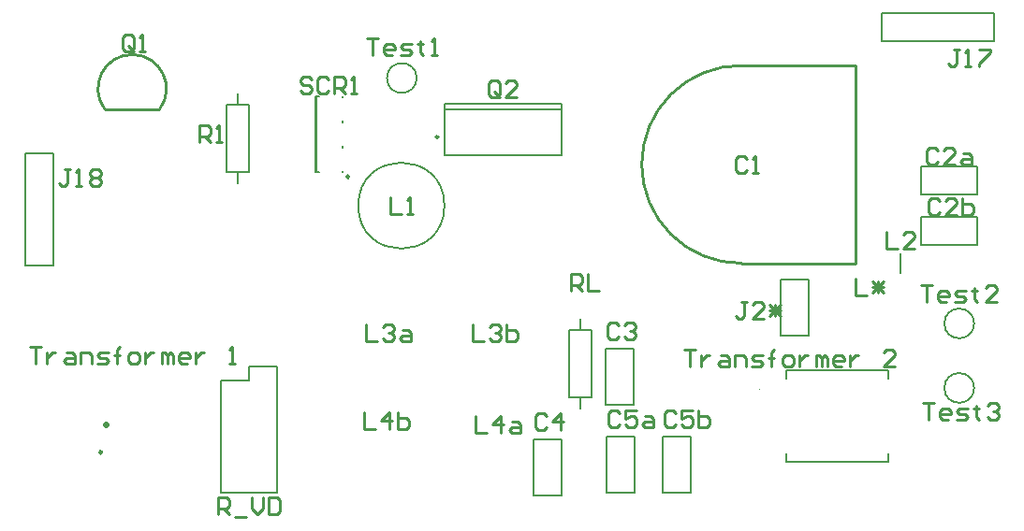
<source format=gto>
G04*
G04 #@! TF.GenerationSoftware,Altium Limited,Altium Designer,22.7.1 (60)*
G04*
G04 Layer_Color=65535*
%FSLAX44Y44*%
%MOMM*%
G71*
G04*
G04 #@! TF.SameCoordinates,9849E2FD-7F07-45F3-A7E4-9B4BFC9397C6*
G04*
G04*
G04 #@! TF.FilePolarity,Positive*
G04*
G01*
G75*
%ADD10C,0.2500*%
%ADD11C,0.6000*%
%ADD12C,0.2540*%
%ADD13C,0.1500*%
%ADD14C,0.1000*%
%ADD15C,0.2000*%
D10*
X81930Y98100D02*
G03*
X81930Y98100I-1250J0D01*
G01*
X305540Y347580D02*
G03*
X305540Y347580I-1250J0D01*
G01*
X386250Y383540D02*
G03*
X386250Y383540I-1250J0D01*
G01*
D11*
X85680Y123350D02*
G03*
X85680Y123350I-0J0D01*
G01*
D12*
X133985Y408623D02*
G03*
X84455Y408623I-24765J18578D01*
G01*
X660330Y448240D02*
G03*
X660330Y269170I-653J-89535D01*
G01*
X84455Y408623D02*
X133985D01*
X660330Y269170D02*
X763200D01*
Y448240D01*
X660330D02*
X763200D01*
X186699Y41912D02*
Y57147D01*
X194317D01*
X196856Y54608D01*
Y49530D01*
X194317Y46990D01*
X186699D01*
X191777D02*
X196856Y41912D01*
X201934Y39373D02*
X212091D01*
X217169Y57147D02*
Y46990D01*
X222248Y41912D01*
X227326Y46990D01*
Y57147D01*
X232404D02*
Y41912D01*
X240022D01*
X242561Y44451D01*
Y54608D01*
X240022Y57147D01*
X232404D01*
X16540Y193037D02*
X26697D01*
X21618D01*
Y177803D01*
X31775Y187959D02*
Y177803D01*
Y182881D01*
X34314Y185420D01*
X36853Y187959D01*
X39393D01*
X49549D02*
X54628D01*
X57167Y185420D01*
Y177803D01*
X49549D01*
X47010Y180342D01*
X49549Y182881D01*
X57167D01*
X62245Y177803D02*
Y187959D01*
X69863D01*
X72402Y185420D01*
Y177803D01*
X77480D02*
X85098D01*
X87637Y180342D01*
X85098Y182881D01*
X80020D01*
X77480Y185420D01*
X80020Y187959D01*
X87637D01*
X95254Y177803D02*
Y190498D01*
Y185420D01*
X92715D01*
X97794D01*
X95254D01*
Y190498D01*
X97794Y193037D01*
X107950Y177803D02*
X113029D01*
X115568Y180342D01*
Y185420D01*
X113029Y187959D01*
X107950D01*
X105411Y185420D01*
Y180342D01*
X107950Y177803D01*
X120646Y187959D02*
Y177803D01*
Y182881D01*
X123186Y185420D01*
X125725Y187959D01*
X128264D01*
X135881Y177803D02*
Y187959D01*
X138421D01*
X140960Y185420D01*
Y177803D01*
Y185420D01*
X143499Y187959D01*
X146038Y185420D01*
Y177803D01*
X158734D02*
X153656D01*
X151117Y180342D01*
Y185420D01*
X153656Y187959D01*
X158734D01*
X161273Y185420D01*
Y182881D01*
X151117D01*
X166352Y187959D02*
Y177803D01*
Y182881D01*
X168891Y185420D01*
X171430Y187959D01*
X173969D01*
X196822Y177803D02*
X201900D01*
X199361D01*
Y193037D01*
X196822Y190498D01*
X110490Y463552D02*
Y473708D01*
X107951Y476247D01*
X102872D01*
X100333Y473708D01*
Y463552D01*
X102872Y461012D01*
X107951D01*
X105412Y466091D02*
X110490Y461012D01*
X107951D02*
X110490Y463552D01*
X115568Y461012D02*
X120647D01*
X118108D01*
Y476247D01*
X115568Y473708D01*
X271785Y435608D02*
X269246Y438148D01*
X264167D01*
X261628Y435608D01*
Y433069D01*
X264167Y430530D01*
X269246D01*
X271785Y427991D01*
Y425452D01*
X269246Y422912D01*
X264167D01*
X261628Y425452D01*
X287020Y435608D02*
X284481Y438148D01*
X279403D01*
X276863Y435608D01*
Y425452D01*
X279403Y422912D01*
X284481D01*
X287020Y425452D01*
X292098Y422912D02*
Y438148D01*
X299716D01*
X302255Y435608D01*
Y430530D01*
X299716Y427991D01*
X292098D01*
X297177D02*
X302255Y422912D01*
X307333D02*
X312412D01*
X309873D01*
Y438148D01*
X307333Y435608D01*
X441961Y421642D02*
Y431798D01*
X439422Y434338D01*
X434343D01*
X431804Y431798D01*
Y421642D01*
X434343Y419103D01*
X439422D01*
X436883Y424181D02*
X441961Y419103D01*
X439422D02*
X441961Y421642D01*
X457196Y419103D02*
X447039D01*
X457196Y429259D01*
Y431798D01*
X454657Y434338D01*
X449578D01*
X447039Y431798D01*
X321320Y472438D02*
X331477D01*
X326399D01*
Y457202D01*
X344173D02*
X339095D01*
X336555Y459742D01*
Y464820D01*
X339095Y467359D01*
X344173D01*
X346712Y464820D01*
Y462281D01*
X336555D01*
X351790Y457202D02*
X359408D01*
X361947Y459742D01*
X359408Y462281D01*
X354330D01*
X351790Y464820D01*
X354330Y467359D01*
X361947D01*
X369565Y469898D02*
Y467359D01*
X367025D01*
X372104D01*
X369565D01*
Y459742D01*
X372104Y457202D01*
X379721D02*
X384800D01*
X382261D01*
Y472438D01*
X379721Y469898D01*
X665480Y363218D02*
X662941Y365757D01*
X657862D01*
X655323Y363218D01*
Y353062D01*
X657862Y350522D01*
X662941D01*
X665480Y353062D01*
X670558Y350522D02*
X675637D01*
X673098D01*
Y365757D01*
X670558Y363218D01*
X857253Y462277D02*
X852175D01*
X854714D01*
Y449582D01*
X852175Y447043D01*
X849635D01*
X847096Y449582D01*
X862331Y447043D02*
X867410D01*
X864870D01*
Y462277D01*
X862331Y459738D01*
X875027Y462277D02*
X885184D01*
Y459738D01*
X875027Y449582D01*
Y447043D01*
X791214Y297178D02*
Y281943D01*
X801371D01*
X816606D02*
X806449D01*
X816606Y292099D01*
Y294638D01*
X814067Y297178D01*
X808988D01*
X806449Y294638D01*
X824241Y142238D02*
X834398D01*
X829319D01*
Y127002D01*
X847094D02*
X842015D01*
X839476Y129542D01*
Y134620D01*
X842015Y137159D01*
X847094D01*
X849633Y134620D01*
Y132081D01*
X839476D01*
X854711Y127002D02*
X862329D01*
X864868Y129542D01*
X862329Y132081D01*
X857250D01*
X854711Y134620D01*
X857250Y137159D01*
X864868D01*
X872486Y139698D02*
Y137159D01*
X869946D01*
X875025D01*
X872486D01*
Y129542D01*
X875025Y127002D01*
X882642Y139698D02*
X885181Y142238D01*
X890260D01*
X892799Y139698D01*
Y137159D01*
X890260Y134620D01*
X887721D01*
X890260D01*
X892799Y132081D01*
Y129542D01*
X890260Y127002D01*
X885181D01*
X882642Y129542D01*
X822971Y248918D02*
X833128D01*
X828049D01*
Y233682D01*
X845824D02*
X840745D01*
X838206Y236222D01*
Y241300D01*
X840745Y243839D01*
X845824D01*
X848363Y241300D01*
Y238761D01*
X838206D01*
X853441Y233682D02*
X861059D01*
X863598Y236222D01*
X861059Y238761D01*
X855980D01*
X853441Y241300D01*
X855980Y243839D01*
X863598D01*
X871216Y246378D02*
Y243839D01*
X868676D01*
X873755D01*
X871216D01*
Y236222D01*
X873755Y233682D01*
X891529D02*
X881372D01*
X891529Y243839D01*
Y246378D01*
X888990Y248918D01*
X883911D01*
X881372Y246378D01*
X763274Y255268D02*
Y240033D01*
X773431D01*
X778509Y252728D02*
X788666Y242572D01*
X778509D02*
X788666Y252728D01*
X778509Y247650D02*
X788666D01*
X783587Y242572D02*
Y252728D01*
X665483Y233678D02*
X660405D01*
X662944D01*
Y220982D01*
X660405Y218442D01*
X657866D01*
X655327Y220982D01*
X680718Y218442D02*
X670562D01*
X680718Y228599D01*
Y231138D01*
X678179Y233678D01*
X673101D01*
X670562Y231138D01*
X685797D02*
X695953Y220982D01*
X685797D02*
X695953Y231138D01*
X685797Y226060D02*
X695953D01*
X690875Y220982D02*
Y231138D01*
X838203Y370838D02*
X835664Y373377D01*
X830586D01*
X828047Y370838D01*
Y360682D01*
X830586Y358143D01*
X835664D01*
X838203Y360682D01*
X853438Y358143D02*
X843282D01*
X853438Y368299D01*
Y370838D01*
X850899Y373377D01*
X845821D01*
X843282Y370838D01*
X861056Y368299D02*
X866134D01*
X868673Y365760D01*
Y358143D01*
X861056D01*
X858517Y360682D01*
X861056Y363221D01*
X868673D01*
X839473Y325118D02*
X836934Y327658D01*
X831856D01*
X829317Y325118D01*
Y314962D01*
X831856Y312423D01*
X836934D01*
X839473Y314962D01*
X854708Y312423D02*
X844552D01*
X854708Y322579D01*
Y325118D01*
X852169Y327658D01*
X847091D01*
X844552Y325118D01*
X859787Y327658D02*
Y312423D01*
X867404D01*
X869943Y314962D01*
Y317501D01*
Y320040D01*
X867404Y322579D01*
X859787D01*
X608361Y190497D02*
X618517D01*
X613439D01*
Y175263D01*
X623596Y185419D02*
Y175263D01*
Y180341D01*
X626135Y182880D01*
X628674Y185419D01*
X631213D01*
X641370D02*
X646449D01*
X648988Y182880D01*
Y175263D01*
X641370D01*
X638831Y177802D01*
X641370Y180341D01*
X648988D01*
X654066Y175263D02*
Y185419D01*
X661684D01*
X664223Y182880D01*
Y175263D01*
X669301D02*
X676919D01*
X679458Y177802D01*
X676919Y180341D01*
X671840D01*
X669301Y182880D01*
X671840Y185419D01*
X679458D01*
X687075Y175263D02*
Y187958D01*
Y182880D01*
X684536D01*
X689614D01*
X687075D01*
Y187958D01*
X689614Y190497D01*
X699771Y175263D02*
X704850D01*
X707389Y177802D01*
Y182880D01*
X704850Y185419D01*
X699771D01*
X697232Y182880D01*
Y177802D01*
X699771Y175263D01*
X712467Y185419D02*
Y175263D01*
Y180341D01*
X715006Y182880D01*
X717545Y185419D01*
X720085D01*
X727702Y175263D02*
Y185419D01*
X730241D01*
X732781Y182880D01*
Y175263D01*
Y182880D01*
X735320Y185419D01*
X737859Y182880D01*
Y175263D01*
X750555D02*
X745477D01*
X742937Y177802D01*
Y182880D01*
X745477Y185419D01*
X750555D01*
X753094Y182880D01*
Y180341D01*
X742937D01*
X758172Y185419D02*
Y175263D01*
Y180341D01*
X760712Y182880D01*
X763251Y185419D01*
X765790D01*
X798799Y175263D02*
X788643D01*
X798799Y185419D01*
Y187958D01*
X796260Y190497D01*
X791182D01*
X788643Y187958D01*
X342903Y328927D02*
Y313692D01*
X353060D01*
X358138D02*
X363217D01*
X360678D01*
Y328927D01*
X358138Y326388D01*
X505714Y244348D02*
Y259583D01*
X513331D01*
X515871Y257044D01*
Y251966D01*
X513331Y249426D01*
X505714D01*
X510792D02*
X515871Y244348D01*
X520949Y259583D02*
Y244348D01*
X531106D01*
X170183Y378462D02*
Y393698D01*
X177801D01*
X180340Y391158D01*
Y386080D01*
X177801Y383541D01*
X170183D01*
X175262D02*
X180340Y378462D01*
X185418D02*
X190497D01*
X187958D01*
Y393698D01*
X185418Y391158D01*
X319278Y134107D02*
Y118872D01*
X329435D01*
X342131D02*
Y134107D01*
X334513Y126489D01*
X344670D01*
X349748Y134107D02*
Y118872D01*
X357366D01*
X359905Y121411D01*
Y123950D01*
Y126489D01*
X357366Y129029D01*
X349748D01*
X419608Y131059D02*
Y115824D01*
X429765D01*
X442461D02*
Y131059D01*
X434843Y123441D01*
X445000D01*
X452617Y125981D02*
X457696D01*
X460235Y123441D01*
Y115824D01*
X452617D01*
X450078Y118363D01*
X452617Y120902D01*
X460235D01*
X417068Y213609D02*
Y198374D01*
X427225D01*
X432303Y211070D02*
X434842Y213609D01*
X439921D01*
X442460Y211070D01*
Y208531D01*
X439921Y205991D01*
X437381D01*
X439921D01*
X442460Y203452D01*
Y200913D01*
X439921Y198374D01*
X434842D01*
X432303Y200913D01*
X447538Y213609D02*
Y198374D01*
X455156D01*
X457695Y200913D01*
Y203452D01*
Y205991D01*
X455156Y208531D01*
X447538D01*
X320548Y213355D02*
Y198120D01*
X330705D01*
X335783Y210816D02*
X338322Y213355D01*
X343401D01*
X345940Y210816D01*
Y208277D01*
X343401Y205737D01*
X340861D01*
X343401D01*
X345940Y203198D01*
Y200659D01*
X343401Y198120D01*
X338322D01*
X335783Y200659D01*
X353557Y208277D02*
X358636D01*
X361175Y205737D01*
Y198120D01*
X353557D01*
X351018Y200659D01*
X353557Y203198D01*
X361175D01*
X53343Y354328D02*
X48264D01*
X50804D01*
Y341632D01*
X48264Y339092D01*
X45725D01*
X43186Y341632D01*
X58421Y339092D02*
X63500D01*
X60960D01*
Y354328D01*
X58421Y351788D01*
X71117D02*
X73656Y354328D01*
X78735D01*
X81274Y351788D01*
Y349249D01*
X78735Y346710D01*
X81274Y344171D01*
Y341632D01*
X78735Y339092D01*
X73656D01*
X71117Y341632D01*
Y344171D01*
X73656Y346710D01*
X71117Y349249D01*
Y351788D01*
X73656Y346710D02*
X78735D01*
X600961Y133092D02*
X598422Y135631D01*
X593343D01*
X590804Y133092D01*
Y122935D01*
X593343Y120396D01*
X598422D01*
X600961Y122935D01*
X616196Y135631D02*
X606039D01*
Y128013D01*
X611117Y130553D01*
X613657D01*
X616196Y128013D01*
Y122935D01*
X613657Y120396D01*
X608578D01*
X606039Y122935D01*
X621274Y135631D02*
Y120396D01*
X628892D01*
X631431Y122935D01*
Y125474D01*
Y128013D01*
X628892Y130553D01*
X621274D01*
X550161Y133092D02*
X547621Y135631D01*
X542543D01*
X540004Y133092D01*
Y122935D01*
X542543Y120396D01*
X547621D01*
X550161Y122935D01*
X565396Y135631D02*
X555239D01*
Y128013D01*
X560317Y130553D01*
X562857D01*
X565396Y128013D01*
Y122935D01*
X562857Y120396D01*
X557778D01*
X555239Y122935D01*
X573013Y130553D02*
X578092D01*
X580631Y128013D01*
Y120396D01*
X573013D01*
X570474Y122935D01*
X573013Y125474D01*
X580631D01*
X484121Y130552D02*
X481581Y133091D01*
X476503D01*
X473964Y130552D01*
Y120395D01*
X476503Y117856D01*
X481581D01*
X484121Y120395D01*
X496817Y117856D02*
Y133091D01*
X489199Y125473D01*
X499356D01*
X548891Y213102D02*
X546352Y215641D01*
X541273D01*
X538734Y213102D01*
Y202945D01*
X541273Y200406D01*
X546352D01*
X548891Y202945D01*
X553969Y213102D02*
X556508Y215641D01*
X561587D01*
X564126Y213102D01*
Y210563D01*
X561587Y208023D01*
X559047D01*
X561587D01*
X564126Y205484D01*
Y202945D01*
X561587Y200406D01*
X556508D01*
X553969Y202945D01*
D13*
X366510Y436880D02*
G03*
X366510Y436880I-13450J0D01*
G01*
X870700Y156210D02*
G03*
X870700Y156210I-13450J0D01*
G01*
Y214630D02*
G03*
X870700Y214630I-13450J0D01*
G01*
D14*
X676760Y155210D02*
G03*
X676760Y156210I0J500D01*
G01*
D02*
G03*
X676760Y155210I0J-500D01*
G01*
D15*
X391660Y321310D02*
G03*
X391660Y321310I-39000J0D01*
G01*
X189230Y60960D02*
X240030D01*
Y175260D01*
X214630D02*
X240030D01*
X214630Y162560D02*
Y175260D01*
X189230Y162560D02*
X214630D01*
X189230Y60960D02*
Y162560D01*
X275290Y420080D02*
X278290D01*
X275290Y352080D02*
X278290D01*
X275290D02*
Y420080D01*
X276190Y352080D02*
Y420080D01*
X299290Y373580D02*
Y375580D01*
Y396580D02*
Y398580D01*
Y419580D02*
Y420080D01*
Y352080D02*
Y352580D01*
X391500Y366840D02*
Y413840D01*
X497500Y366840D02*
Y413840D01*
X391500Y366840D02*
X497500D01*
X391500Y413840D02*
X497500D01*
X391500Y408840D02*
X497500D01*
X889000Y469900D02*
Y495300D01*
X787400Y469900D02*
X889000D01*
X787400Y495300D02*
X889000D01*
X787400Y469900D02*
Y495300D01*
X803920Y260590D02*
Y277890D01*
X721360Y203200D02*
Y254000D01*
X695960D02*
X721360D01*
X695960Y203200D02*
Y254000D01*
Y203200D02*
X721360D01*
X822960Y331470D02*
X873760D01*
Y356870D01*
X822960D02*
X873760D01*
X822960Y331470D02*
Y356870D01*
Y285750D02*
Y311150D01*
X873760D01*
Y285750D02*
Y311150D01*
X822960Y285750D02*
X873760D01*
X793010Y89310D02*
Y96810D01*
X700510Y89310D02*
X793010D01*
X700510D02*
Y96810D01*
X793010Y164810D02*
Y172310D01*
X700510D02*
X793010D01*
X700510Y164810D02*
Y172310D01*
X504190Y147320D02*
X524510D01*
X504190D02*
Y208280D01*
X524510D01*
Y147320D02*
Y208280D01*
X514350Y137160D02*
Y147320D01*
Y208280D02*
Y218440D01*
X194310Y412750D02*
X214630D01*
Y351790D02*
Y412750D01*
X194310Y351790D02*
X214630D01*
X194310D02*
Y412750D01*
X204470D02*
Y422910D01*
Y341630D02*
Y351790D01*
X12700Y266700D02*
X38100D01*
X12700D02*
Y368300D01*
X38100Y266700D02*
Y368300D01*
X12700D02*
X38100D01*
X589280Y111760D02*
X614680D01*
Y60960D02*
Y111760D01*
X589280Y60960D02*
X614680D01*
X589280D02*
Y111760D01*
X538480Y60960D02*
Y111760D01*
Y60960D02*
X563880D01*
Y111760D01*
X538480D02*
X563880D01*
X472440Y58420D02*
Y109220D01*
Y58420D02*
X497840D01*
Y109220D01*
X472440D02*
X497840D01*
X537210Y140970D02*
Y191770D01*
Y140970D02*
X562610D01*
Y191770D01*
X537210D02*
X562610D01*
M02*

</source>
